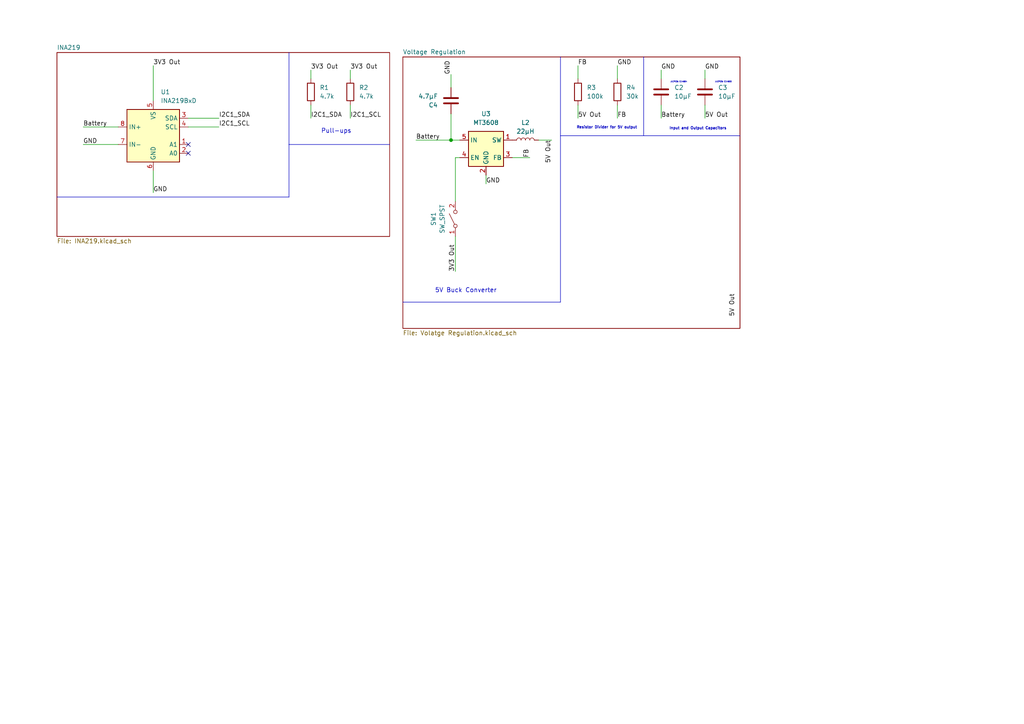
<source format=kicad_sch>
(kicad_sch (version 20250114) (generator "eeschema") (generator_version "9.0")
  (paper "A4")
  (lib_symbols
    (symbol "Device:C" (pin_numbers (hide yes)) (pin_names (offset 0.254))
      (property "Reference" "C" (at 0.635 2.54 0))
      (property "Value" "C" (at 0.635 -2.54 0))
      (symbol "C_0_1"
        (polyline (pts (xy -2.032 0.762) (xy 2.032 0.762)) (stroke (width 0.508)))
        (polyline (pts (xy -2.032 -0.762) (xy 2.032 -0.762)) (stroke (width 0.508)))
      )
      (symbol "C_1_1"
        (pin passive line (at 0 3.81 270) (length 2.794) (name "~") (number "1"))
        (pin passive line (at 0 -3.81 90) (length 2.794) (name "~") (number "2"))
      )
    )
    (symbol "Device:L" (pin_numbers (hide yes)) (pin_names (offset 1.016) (hide yes))
      (property "Reference" "L" (at -1.27 0 90))
      (property "Value" "L" (at 1.905 0 90))
      (symbol "L_0_1"
        (arc (start 0 2.54) (mid 0.6323 1.905) (end 0 1.27))
        (arc (start 0 1.27) (mid 0.6323 0.635) (end 0 0))
        (arc (start 0 0) (mid 0.6323 -0.635) (end 0 -1.27))
        (arc (start 0 -1.27) (mid 0.6323 -1.905) (end 0 -2.54))
      )
      (symbol "L_1_1"
        (pin passive line (at 0 3.81 270) (length 1.27) (name "1") (number "1"))
        (pin passive line (at 0 -3.81 90) (length 1.27) (name "2") (number "2"))
      )
    )
    (symbol "Device:R" (pin_numbers (hide yes)) (pin_names (offset 0))
      (property "Reference" "R" (at 2.032 0 90))
      (property "Value" "R" (at 0 0 90))
      (symbol "R_0_1"
        (rectangle (start -1.016 -2.54) (end 1.016 2.54) (stroke (width 0.254)))
      )
      (symbol "R_1_1"
        (pin passive line (at 0 3.81 270) (length 1.27) (name "~") (number "1"))
        (pin passive line (at 0 -3.81 90) (length 1.27) (name "~") (number "2"))
      )
    )
    (symbol "Regulator_Switching:MT3608"
      (property "Reference" "U" (at -2.54 8.89 0))
      (property "Value" "MT3608" (at -3.81 6.35 0))
      (symbol "MT3608_0_1"
        (rectangle (start -5.08 5.08) (end 5.08 -5.08) (stroke (width 0.254)) (fill (type background)))
      )
      (symbol "MT3608_1_1"
        (pin power_in line (at -7.62 2.54 0) (length 2.54) (name "IN") (number "5"))
        (pin input line (at -7.62 -2.54 0) (length 2.54) (name "EN") (number "4"))
        (pin power_in line (at 0 -7.62 90) (length 2.54) (name "GND") (number "2"))
        (pin no_connect line (at 5.08 0 180) (length 2.54) (hide yes) (name "NC") (number "6"))
        (pin passive line (at 7.62 2.54 180) (length 2.54) (name "SW") (number "1"))
        (pin input line (at 7.62 -2.54 180) (length 2.54) (name "FB") (number "3"))
      )
    )
    (symbol "Sensor_Energy:INA219BxD"
      (property "Reference" "U" (at -6.35 8.89 0))
      (property "Value" "INA219BxD" (at 5.08 8.89 0))
      (symbol "INA219BxD_0_1"
        (rectangle (start -7.62 7.62) (end 7.62 -7.62) (stroke (width 0.254)) (fill (type background)))
      )
      (symbol "INA219BxD_1_1"
        (pin input line (at -10.16 2.54 0) (length 2.54) (name "IN+") (number "8"))
        (pin input line (at -10.16 -2.54 0) (length 2.54) (name "IN-") (number "7"))
        (pin power_in line (at 0 10.16 270) (length 2.54) (name "VS") (number "5"))
        (pin power_in line (at 0 -10.16 90) (length 2.54) (name "GND") (number "6"))
        (pin bidirectional line (at 10.16 5.08 180) (length 2.54) (name "SDA") (number "3"))
        (pin input line (at 10.16 2.54 180) (length 2.54) (name "SCL") (number "4"))
        (pin input line (at 10.16 -2.54 180) (length 2.54) (name "A1") (number "1"))
        (pin input line (at 10.16 -5.08 180) (length 2.54) (name "A0") (number "2"))
      )
    )
    (symbol "Switch:SW_SPST" (pin_names (offset 0) (hide yes))
      (property "Reference" "SW" (at 0 3.175 0))
      (property "Value" "SW_SPST" (at 0 -2.54 0))
      (symbol "SW_SPST_0_0"
        (circle (center -2.032 0) (radius 0.508))
        (polyline (pts (xy -1.524 0.254) (xy 1.524 1.778)))
        (circle (center 2.032 0) (radius 0.508))
      )
      (symbol "SW_SPST_1_1"
        (pin passive line (at -5.08 0 0) (length 2.54) (name "A") (number "1"))
        (pin passive line (at 5.08 0 180) (length 2.54) (name "B") (number "2"))
      )
    )
  )
  (text "Resistor Divider for 5V output" (at 176.022 37.084 0) (effects (font (size 0.762 0.762))))
  (text "Pull-ups" (at 97.536 38.1 0) (effects (font (size 1.27 1.27))))
  (text "JLCPCB: C14604\n" (at 196.85 23.876 0) (effects (font (size 0.381 0.381))))
  (text "JLCPCB: C14603" (at 209.804 23.876 0) (effects (font (size 0.381 0.381))))
  (text "Input and Output Capacitors" (at 202.438 37.338 0) (effects (font (size 0.762 0.762))))
  (text "5V Buck Converter" (at 135.128 84.328 0) (effects (font (size 1.27 1.27))))
  (junction (at 130.81 40.64))
  (no_connect (at 54.61 41.91))
  (no_connect (at 54.61 44.45))
  (wire (pts (xy 90.17 20.32) (xy 90.17 22.86)))
  (wire (pts (xy 156.21 40.64) (xy 160.02 40.64)))
  (wire (pts (xy 130.81 25.4) (xy 130.81 21.59)))
  (wire (pts (xy 132.08 78.74) (xy 132.08 68.58)))
  (wire (pts (xy 54.61 36.83) (xy 63.5 36.83)))
  (wire (pts (xy 191.77 30.48) (xy 191.77 34.29)))
  (wire (pts (xy 101.6 30.48) (xy 101.6 34.29)))
  (wire (pts (xy 179.07 19.05) (xy 179.07 22.86)))
  (polyline (pts (xy 186.69 16.51) (xy 186.69 39.37)))
  (wire (pts (xy 204.47 20.32) (xy 204.47 22.86)))
  (polyline (pts (xy 116.84 87.63) (xy 162.56 87.63)))
  (wire (pts (xy 132.08 45.72) (xy 133.35 45.72)))
  (wire (pts (xy 130.81 40.64) (xy 133.35 40.64)))
  (wire (pts (xy 101.6 20.32) (xy 101.6 22.86)))
  (polyline (pts (xy 83.82 41.91) (xy 113.03 41.91)))
  (wire (pts (xy 179.07 30.48) (xy 179.07 34.29)))
  (wire (pts (xy 132.08 58.42) (xy 132.08 45.72)))
  (polyline (pts (xy 162.56 16.51) (xy 162.56 39.37)))
  (polyline (pts (xy 186.69 39.37) (xy 214.63 39.37)))
  (wire (pts (xy 140.97 50.8) (xy 140.97 53.34)))
  (wire (pts (xy 204.47 30.48) (xy 204.47 34.29)))
  (wire (pts (xy 44.45 19.05) (xy 44.45 29.21)))
  (polyline (pts (xy 83.82 15.24) (xy 83.82 41.91)))
  (wire (pts (xy 191.77 20.32) (xy 191.77 22.86)))
  (polyline (pts (xy 16.51 57.15) (xy 83.82 57.15)))
  (wire (pts (xy 44.45 49.53) (xy 44.45 55.88)))
  (wire (pts (xy 24.13 41.91) (xy 34.29 41.91)))
  (polyline (pts (xy 83.82 41.91) (xy 83.82 57.15)))
  (wire (pts (xy 24.13 36.83) (xy 34.29 36.83)))
  (wire (pts (xy 120.65 40.64) (xy 130.81 40.64)))
  (wire (pts (xy 54.61 34.29) (xy 63.5 34.29)))
  (wire (pts (xy 167.64 30.48) (xy 167.64 34.29)))
  (wire (pts (xy 90.17 30.48) (xy 90.17 34.29)))
  (polyline (pts (xy 162.56 39.37) (xy 186.69 39.37)))
  (wire (pts (xy 148.59 45.72) (xy 153.67 45.72)))
  (polyline (pts (xy 162.56 87.63) (xy 162.56 39.37)))
  (wire (pts (xy 130.81 40.64) (xy 130.81 33.02)))
  (wire (pts (xy 167.64 19.05) (xy 167.64 22.86)))
  (label "GND" (at 191.77 20.32 0))
  (label "FB" (at 167.64 19.05 0))
  (label "I2C1_SDA" (at 90.17 34.29 0))
  (label "5V Out" (at 213.36 85.09 270))
  (label "Battery" (at 24.13 36.83 0))
  (label "5V Out" (at 204.47 34.29 0))
  (label "3V3 Out" (at 101.6 20.32 0))
  (label "3V3 Out" (at 132.08 78.74 90))
  (label "FB" (at 153.67 45.72 90))
  (label "GND" (at 24.13 41.91 0))
  (label "3V3 Out" (at 90.17 20.32 0))
  (label "Battery" (at 191.77 34.29 0))
  (label "I2C1_SDA" (at 63.5 34.29 0))
  (label "Battery" (at 120.65 40.64 0))
  (label "GND" (at 204.47 20.32 0))
  (label "I2C1_SCL" (at 101.6 34.29 0))
  (label "5V Out" (at 160.02 40.64 270))
  (label "GND" (at 130.81 21.59 90))
  (label "I2C1_SCL" (at 63.5 36.83 0))
  (label "5V Out" (at 167.64 34.29 0))
  (label "GND" (at 179.07 19.05 0))
  (label "GND" (at 140.97 53.34 0))
  (label "GND" (at 44.45 55.88 0))
  (label "3V3 Out" (at 44.45 19.05 0))
  (label "FB" (at 179.07 34.29 0))
  (symbol (lib_id "Device:C") (at 204.47 26.67 0) (unit 1)
    (property "Reference" "C3" (at 208.28 25.3999 0) (effects (justify left)))
    (property "Value" "10μF" (at 208.28 27.9399 0) (effects (justify left)))
    (property "Description" "Unpolarized capacitor" (effects (hide yes)))
  )
  (symbol (lib_id "Sensor_Energy:INA219BxD") (at 44.45 39.37 0) (unit 1)
    (property "Reference" "U1" (at 46.5933 26.67 0) (effects (justify left)))
    (property "Value" "INA219BxD" (at 46.5933 29.21 0) (effects (justify left)))
    (property "Footprint" "Package_SO:SOIC-8_3.9x4.9mm_P1.27mm" (effects (hide yes)))
    (property "Datasheet" "http://www.ti.com/lit/ds/symlink/ina219.pdf" (effects (hide yes)))
    (property "Description" "Zero-Drift, HighAccuracy, Bidirectional Current/Power Monitor (0-26V) With I2C Interface, SOIC-8" (effects (hide yes)))
  )
  (symbol (lib_id "Device:R") (at 179.07 26.67 0) (unit 1)
    (property "Reference" "R4" (at 181.61 25.3999 0) (effects (justify left)))
    (property "Value" "30k" (at 181.61 27.9399 0) (effects (justify left)))
    (property "Description" "Resistor" (effects (hide yes)))
  )
  (symbol (lib_id "Switch:SW_SPST") (at 132.08 63.5 90) (unit 1)
    (property "Reference" "SW1" (at 125.73 63.5 0))
    (property "Value" "SW_SPST" (at 128.27 63.5 0))
    (property "Description" "Single Pole Single Throw (SPST) switch" (effects (hide yes)))
  )
  (symbol (lib_id "Regulator_Switching:MT3608") (at 140.97 43.18 0) (unit 1)
    (property "Reference" "U3" (at 140.97 33.02 0))
    (property "Value" "MT3608" (at 140.97 35.56 0))
    (property "Footprint" "Package_TO_SOT_SMD:SOT-23-6" (effects (hide yes)))
    (property "Datasheet" "https://www.olimex.com/Products/Breadboarding/BB-PWR-3608/resources/MT3608.pdf" (effects (hide yes)))
    (property "Description" "High Efficiency 1.2MHz 2A Step Up Converter, 2-24V Vin, 28V Vout, 4A current limit, 1.2MHz, SOT23-6" (effects (hide yes)))
  )
  (symbol (lib_id "Device:R") (at 90.17 26.67 0) (unit 1)
    (property "Reference" "R1" (at 92.71 25.3999 0) (effects (justify left)))
    (property "Value" "4.7k" (at 92.71 27.9399 0) (effects (justify left)))
    (property "Description" "Resistor" (effects (hide yes)))
  )
  (symbol (lib_id "Device:C") (at 130.81 29.21 180) (unit 1)
    (property "Reference" "C4" (at 127 30.4801 0) (effects (justify left)))
    (property "Value" "4.7μF" (at 127 27.9401 0) (effects (justify left)))
    (property "Description" "Unpolarized capacitor" (effects (hide yes)))
  )
  (symbol (lib_id "Device:L") (at 152.4 40.64 90) (unit 1)
    (property "Reference" "L2" (at 152.4 35.56 90))
    (property "Value" "22μH" (at 152.4 38.1 90))
    (property "Description" "Inductor" (effects (hide yes)))
  )
  (symbol (lib_id "Device:C") (at 191.77 26.67 0) (unit 1)
    (property "Reference" "C2" (at 195.58 25.3999 0) (effects (justify left)))
    (property "Value" "10μF" (at 195.58 27.9399 0) (effects (justify left)))
    (property "Description" "Unpolarized capacitor" (effects (hide yes)))
  )
  (symbol (lib_id "Device:R") (at 167.64 26.67 0) (unit 1)
    (property "Reference" "R3" (at 170.18 25.3999 0) (effects (justify left)))
    (property "Value" "100k" (at 170.18 27.9399 0) (effects (justify left)))
    (property "Description" "Resistor" (effects (hide yes)))
  )
  (symbol (lib_id "Device:R") (at 101.6 26.67 0) (unit 1)
    (property "Reference" "R2" (at 104.14 25.3999 0) (effects (justify left)))
    (property "Value" "4.7k" (at 104.14 27.9399 0) (effects (justify left)))
    (property "Description" "Resistor" (effects (hide yes)))
  )
  (sheet (at 16.51 15.24) (size 96.52 53.34) (stroke (width 0.1524))
    (property "Sheetname" "INA219" (at 16.51 14.5284 0) (effects (justify left bottom)))
    (property "Sheetfile" "INA219.kicad_sch" (at 16.51 69.1646 0) (effects (justify left top)))
  )
  (sheet (at 116.84 16.51) (size 97.79 78.74) (stroke (width 0.1524))
    (property "Sheetname" "Voltage Regulation" (at 116.84 15.7984 0) (effects (justify left bottom)))
    (property "Sheetfile" "Volatge Regulation.kicad_sch" (at 116.84 95.8346 0) (effects (justify left top)))
  )
)
</source>
